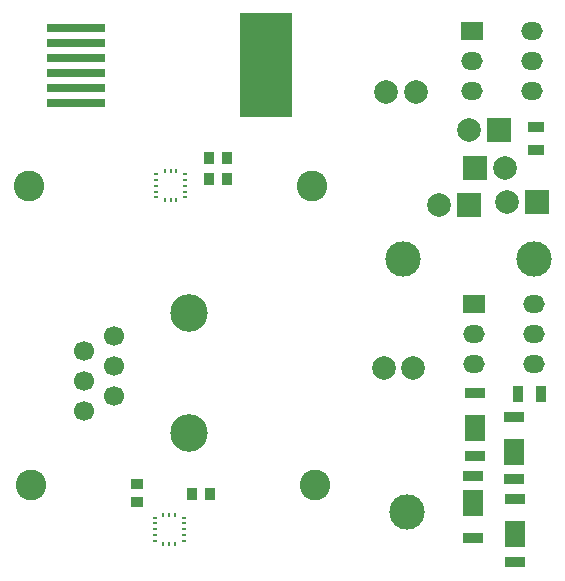
<source format=gts>
G04 #@! TF.FileFunction,Soldermask,Top*
%FSLAX46Y46*%
G04 Gerber Fmt 4.6, Leading zero omitted, Abs format (unit mm)*
G04 Created by KiCad (PCBNEW 4.0.2-stable) date 11/9/2016 4:35:35 PM*
%MOMM*%
G01*
G04 APERTURE LIST*
%ADD10C,0.150000*%
%ADD11C,3.000000*%
%ADD12R,5.000000X0.760000*%
%ADD13R,4.500000X8.800000*%
%ADD14C,2.600000*%
%ADD15R,0.899160X1.000760*%
%ADD16R,0.350000X0.250000*%
%ADD17R,0.250000X0.350000*%
%ADD18R,1.000760X0.899160*%
%ADD19C,1.700000*%
%ADD20C,3.180000*%
%ADD21C,2.000000*%
%ADD22R,2.000000X2.000000*%
%ADD23R,1.824000X1.524000*%
%ADD24O,1.824000X1.524000*%
%ADD25R,1.397000X0.889000*%
%ADD26R,0.889000X1.397000*%
%ADD27R,1.700000X0.900000*%
%ADD28R,1.700000X2.250000*%
G04 APERTURE END LIST*
D10*
D11*
X171700000Y-115000000D03*
D12*
X144000000Y-95425000D03*
X144000000Y-97965000D03*
X144000000Y-100505000D03*
X144000000Y-99235000D03*
X144000000Y-101775000D03*
X144000000Y-96695000D03*
D13*
X160050000Y-98600000D03*
D14*
X140000000Y-108800000D03*
X164000000Y-108800000D03*
D15*
X156751840Y-106500000D03*
X155248160Y-106500000D03*
X156751840Y-108250000D03*
X155248160Y-108250000D03*
D16*
X153225000Y-109800000D03*
X153225000Y-109300000D03*
D17*
X152500000Y-107575000D03*
D16*
X153225000Y-107800000D03*
X150775000Y-107800000D03*
X150775000Y-109800000D03*
X150775000Y-108300000D03*
D17*
X151500000Y-107575000D03*
D16*
X150775000Y-108800000D03*
X150775000Y-109300000D03*
X153225000Y-108300000D03*
X153225000Y-108800000D03*
D17*
X152000000Y-107575000D03*
X152000000Y-110025000D03*
X152500000Y-110025000D03*
X151500000Y-110025000D03*
D14*
X140200000Y-134150000D03*
X164200000Y-134150000D03*
D15*
X155351840Y-134900000D03*
X153848160Y-134900000D03*
D18*
X149200000Y-134048160D03*
X149200000Y-135551840D03*
D16*
X153125000Y-138900000D03*
X153125000Y-138400000D03*
D17*
X152400000Y-136675000D03*
D16*
X153125000Y-136900000D03*
X150675000Y-136900000D03*
X150675000Y-138900000D03*
X150675000Y-137400000D03*
D17*
X151400000Y-136675000D03*
D16*
X150675000Y-137900000D03*
X150675000Y-138400000D03*
X153125000Y-137400000D03*
X153125000Y-137900000D03*
D17*
X151900000Y-136675000D03*
X151900000Y-139125000D03*
X152400000Y-139125000D03*
X151400000Y-139125000D03*
D19*
X144660000Y-127875000D03*
X144660000Y-125335000D03*
X144660000Y-122795000D03*
X147200000Y-124065000D03*
X147200000Y-121525000D03*
X147200000Y-126605000D03*
D20*
X153550000Y-129780000D03*
X153550000Y-119620000D03*
D21*
X170250000Y-100900000D03*
X172750000Y-100900000D03*
D22*
X177800000Y-107300000D03*
D21*
X180340000Y-107300000D03*
D22*
X183000000Y-110200000D03*
D21*
X180460000Y-110200000D03*
D22*
X177300000Y-110400000D03*
D21*
X174760000Y-110400000D03*
D23*
X177560000Y-95700000D03*
D24*
X182640000Y-95700000D03*
X177560000Y-98240000D03*
X182640000Y-98240000D03*
X177560000Y-100780000D03*
X182640000Y-100780000D03*
D22*
X179800000Y-104100000D03*
D21*
X177260000Y-104100000D03*
D25*
X182900000Y-105752500D03*
X182900000Y-103847500D03*
D11*
X182800000Y-115000000D03*
X172000000Y-136400000D03*
D21*
X170050000Y-124200000D03*
X172550000Y-124200000D03*
D23*
X177660000Y-118800000D03*
D24*
X182740000Y-118800000D03*
X177660000Y-121340000D03*
X182740000Y-121340000D03*
X177660000Y-123880000D03*
X182740000Y-123880000D03*
D26*
X181447500Y-126400000D03*
X183352500Y-126400000D03*
D27*
X177600000Y-138650000D03*
X177600000Y-133350000D03*
D28*
X177600000Y-135680000D03*
D27*
X181200000Y-135350000D03*
X181200000Y-140650000D03*
D28*
X181200000Y-138320000D03*
D27*
X181100000Y-128350000D03*
X181100000Y-133650000D03*
D28*
X181100000Y-131320000D03*
D27*
X177800000Y-126350000D03*
X177800000Y-131650000D03*
D28*
X177800000Y-129320000D03*
M02*

</source>
